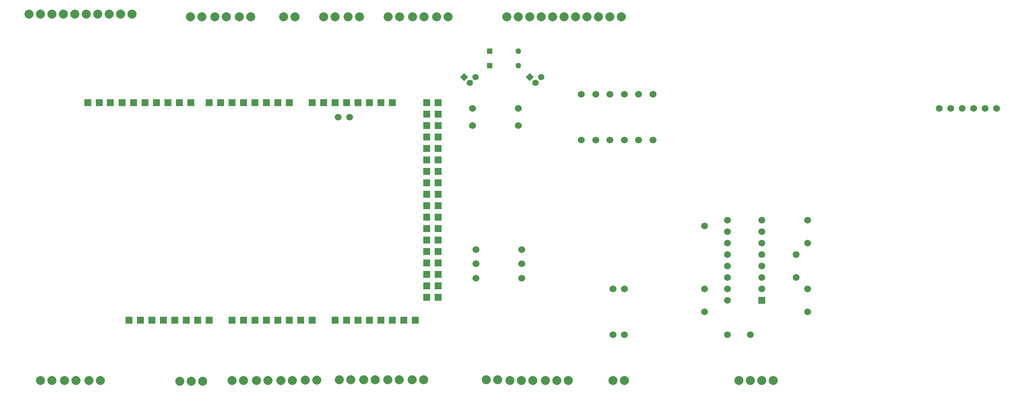
<source format=gbr>
G04 DipTrace 3.0.0.1*
G04 BottomAssy.gbr*
%MOMM*%
G04 #@! TF.FileFunction,Drawing,Bot*
G04 #@! TF.Part,Single*
%AMOUTLINE0*5,1,4,0,0,1.8,-90.0*%
G04 #@! TA.AperFunction,ComponentPad*
%ADD19C,1.5*%
%ADD21C,2.0*%
%ADD22R,1.5X1.5*%
%ADD23R,1.27X1.27*%
%ADD24C,1.27*%
%ADD25C,1.524*%
%ADD26C,1.524*%
%ADD27C,1.5*%
%ADD28C,1.4*%
%ADD61OUTLINE0*%
%FSLAX35Y35*%
G04*
G71*
G90*
G75*
G01*
G04 BotAssy*
%LPD*%
D21*
X2540000Y8890000D3*
X2794000D3*
X3048000D3*
X3302000D3*
X2032000D3*
X2286000D3*
X8096250Y8826500D3*
X8350250D3*
X11160123Y777873D3*
X11414123D3*
X11684000Y762000D3*
X11938000D3*
X12192000D3*
X8985250Y8826500D3*
X9239250D3*
X7556500D3*
X7810500D3*
X6667500D3*
X6921500D3*
X5683250D3*
X5937250D3*
X5143500D3*
X5397500D3*
X12477750Y762000D3*
X12731750D3*
X12985750D3*
D22*
X10096500Y2603500D3*
Y2857500D3*
Y3111500D3*
Y3365500D3*
Y3619500D3*
Y3873500D3*
Y4127500D3*
Y4381500D3*
Y4635500D3*
Y4889500D3*
Y5143500D3*
Y5397500D3*
Y5651500D3*
Y5905500D3*
Y6159500D3*
Y6413500D3*
Y6667500D3*
X9842500Y6921500D3*
Y2603500D3*
Y2857500D3*
Y3111500D3*
Y3365500D3*
Y3619500D3*
Y3873500D3*
Y4127500D3*
Y4381500D3*
Y4635500D3*
Y4889500D3*
Y5143500D3*
Y5397500D3*
Y5651500D3*
Y5905500D3*
Y6159500D3*
Y6413500D3*
Y6667500D3*
X10096500Y6921500D3*
X4508500Y2095500D3*
X4000500D3*
X3746500D3*
X3492500D3*
X3238500D3*
X6794500D3*
X6540500D3*
X6286500D3*
X6032500D3*
X5778500D3*
X5524500D3*
X4605020Y6921500D3*
X4351020D3*
X4097020D3*
X3843020D3*
X3589020D3*
X3335020D3*
X3081020D3*
X2824480D3*
X2573020D3*
X2319020D3*
X6794500D3*
X6540500D3*
X6286500D3*
X6032500D3*
X5778500D3*
X5524500D3*
X5270500D3*
X5016500D3*
X7302500D3*
X7556500D3*
X7810500D3*
X8064500D3*
X8318500D3*
X8572500D3*
X8826500D3*
X9080500D3*
X7048500Y2095500D3*
X7302500D3*
X7810500D3*
X8064500D3*
X8318500D3*
X8572500D3*
X8826500D3*
X9080500D3*
X9334500D3*
X9588500D3*
X4254500D3*
X5016500D3*
X4762500D3*
D21*
X1016000Y8890000D3*
X1270000D3*
D23*
X11239500Y8064500D3*
D24*
X11874500D3*
D21*
X4603750Y8826500D3*
X4857750D3*
X11620500D3*
X11874500D3*
X12128500D3*
X12381220Y8825657D3*
X12635220D3*
X12889220D3*
X13144500Y8826500D3*
X13398500D3*
X13652500D3*
X13906500D3*
X14160500D3*
X9525000D3*
X9779000D3*
X10064750D3*
X10318750D3*
X1270000Y762000D3*
X1524000D3*
X1809753D3*
X2063753D3*
X2349503D3*
X2603503D3*
X1524000Y8890000D3*
X1778000D3*
D25*
X11874500Y6794500D3*
D26*
X10858500D3*
D23*
X11239500Y7747000D3*
D24*
X11874500D3*
D21*
X5523703Y762557D3*
X5777703D3*
X6062983Y761567D3*
X6316983D3*
X6604000Y762000D3*
X6858000D3*
X7144333Y763443D3*
X7398333D3*
X7901193Y771533D3*
X8155193D3*
X8441527Y773223D3*
X8695527D3*
X8981263Y773350D3*
X9235263D3*
X9521140Y773347D3*
X9775140D3*
X4364227Y745450D3*
X4618227D3*
X4872227D3*
D22*
X17272000Y2540000D3*
D27*
Y2794000D3*
Y3048000D3*
Y3302000D3*
Y3556000D3*
Y3810000D3*
Y4064000D3*
Y4318000D3*
X16510000D3*
Y4064000D3*
Y3810000D3*
Y3556000D3*
Y3302000D3*
Y3048000D3*
Y2794000D3*
Y2540000D3*
D25*
X13589000Y7112000D3*
D26*
Y6096000D3*
D25*
X13271500Y7112000D3*
D26*
Y6096000D3*
D25*
X13906500Y7112000D3*
D26*
Y6096000D3*
D25*
X14224000Y7112000D3*
D26*
Y6096000D3*
D25*
X14541500Y7112000D3*
D26*
Y6096000D3*
D25*
X14859000Y7112000D3*
D26*
Y6096000D3*
D25*
X10858500Y6413500D3*
D26*
X11874500D3*
D25*
X10936333Y3666287D3*
D26*
X11952333D3*
D25*
X10936333Y3348787D3*
D26*
X11952333D3*
D25*
X10936333Y3031287D3*
D26*
X11952333D3*
D28*
X12382500Y7493000D3*
X12255500Y7366000D3*
D61*
X12128500Y7493000D3*
D28*
X10922000D3*
X10795000Y7366000D3*
D61*
X10668000Y7493000D3*
D19*
X18288000Y2286000D3*
Y2794000D3*
X18034000Y3556000D3*
Y3048000D3*
X18288000Y3810000D3*
Y4318000D3*
X16002000Y2286000D3*
Y2794000D3*
X16510000Y1778000D3*
X17018000D3*
D21*
X16764000Y762000D3*
X17018000D3*
X17272000D3*
X17526000D3*
D19*
X7874000Y6604000D3*
X8128000D3*
X16002000Y4191000D3*
D21*
X13970000Y762000D3*
X14224000D3*
D25*
X13970000Y1778000D3*
D26*
Y2794000D3*
D25*
X14224000Y1778000D3*
D26*
Y2794000D3*
D19*
X22479000Y6794500D3*
X21209000D3*
X22225000D3*
X21971000D3*
X21717000D3*
X21463000D3*
M02*

</source>
